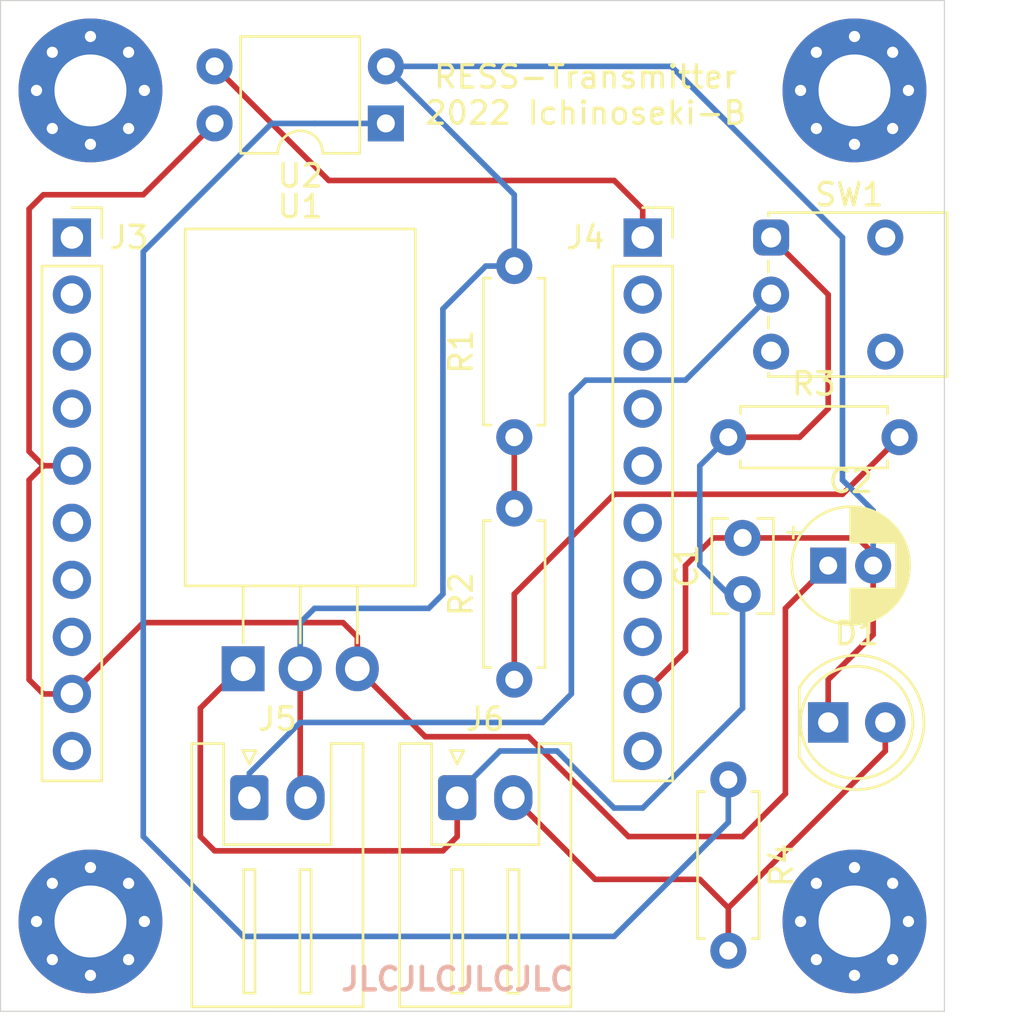
<source format=kicad_pcb>
(kicad_pcb (version 20171130) (host pcbnew "(5.1.9)-1")

  (general
    (thickness 1.6)
    (drawings 6)
    (tracks 101)
    (zones 0)
    (modules 18)
    (nets 10)
  )

  (page A4)
  (layers
    (0 F.Cu signal)
    (31 B.Cu signal)
    (32 B.Adhes user hide)
    (33 F.Adhes user hide)
    (34 B.Paste user hide)
    (35 F.Paste user hide)
    (36 B.SilkS user)
    (37 F.SilkS user)
    (38 B.Mask user hide)
    (39 F.Mask user)
    (40 Dwgs.User user hide)
    (41 Cmts.User user hide)
    (42 Eco1.User user hide)
    (43 Eco2.User user hide)
    (44 Edge.Cuts user)
    (45 Margin user hide)
    (46 B.CrtYd user hide)
    (47 F.CrtYd user hide)
    (48 B.Fab user hide)
    (49 F.Fab user hide)
  )

  (setup
    (last_trace_width 0.25)
    (trace_clearance 0.2)
    (zone_clearance 0.508)
    (zone_45_only no)
    (trace_min 0.2)
    (via_size 0.8)
    (via_drill 0.4)
    (via_min_size 0.4)
    (via_min_drill 0.3)
    (uvia_size 0.3)
    (uvia_drill 0.1)
    (uvias_allowed no)
    (uvia_min_size 0.2)
    (uvia_min_drill 0.1)
    (edge_width 0.05)
    (segment_width 0.2)
    (pcb_text_width 0.3)
    (pcb_text_size 1.5 1.5)
    (mod_edge_width 0.12)
    (mod_text_size 1 1)
    (mod_text_width 0.15)
    (pad_size 2.6 2.6)
    (pad_drill 2.6)
    (pad_to_mask_clearance 0)
    (aux_axis_origin 0 0)
    (visible_elements 7FFFFF7F)
    (pcbplotparams
      (layerselection 0x010fc_ffffffff)
      (usegerberextensions false)
      (usegerberattributes true)
      (usegerberadvancedattributes true)
      (creategerberjobfile true)
      (excludeedgelayer true)
      (linewidth 0.100000)
      (plotframeref false)
      (viasonmask false)
      (mode 1)
      (useauxorigin false)
      (hpglpennumber 1)
      (hpglpenspeed 20)
      (hpglpendiameter 15.000000)
      (psnegative false)
      (psa4output false)
      (plotreference true)
      (plotvalue true)
      (plotinvisibletext false)
      (padsonsilk false)
      (subtractmaskfromsilk false)
      (outputformat 1)
      (mirror false)
      (drillshape 0)
      (scaleselection 1)
      (outputdirectory "Output/"))
  )

  (net 0 "")
  (net 1 +5V)
  (net 2 +3V3)
  (net 3 PW_IN)
  (net 4 "Net-(R1-Pad1)")
  (net 5 "Net-(R2-Pad1)")
  (net 6 ESS)
  (net 7 LED)
  (net 8 GND)
  (net 9 "Net-(R4-Pad1)")

  (net_class Default "This is the default net class."
    (clearance 0.2)
    (trace_width 0.25)
    (via_dia 0.8)
    (via_drill 0.4)
    (uvia_dia 0.3)
    (uvia_drill 0.1)
    (add_net +3V3)
    (add_net +5V)
    (add_net ESS)
    (add_net GND)
    (add_net LED)
    (add_net "Net-(R1-Pad1)")
    (add_net "Net-(R2-Pad1)")
    (add_net "Net-(R4-Pad1)")
    (add_net PW_IN)
  )

  (module Connector_JST:JST_XH_S2B-XH-A_1x02_P2.50mm_Horizontal (layer F.Cu) (tedit 5C281475) (tstamp 60B14029)
    (at 147.32 107.49)
    (descr "JST XH series connector, S2B-XH-A (http://www.jst-mfg.com/product/pdf/eng/eXH.pdf), generated with kicad-footprint-generator")
    (tags "connector JST XH horizontal")
    (path /60B16252)
    (fp_text reference J6 (at 1.25 -3.5) (layer F.SilkS)
      (effects (font (size 1 1) (thickness 0.15)))
    )
    (fp_text value ESS_IN (at 1.25 10.4) (layer F.Fab)
      (effects (font (size 1 1) (thickness 0.15)))
    )
    (fp_line (start 0 1.2) (end 0.625 2.2) (layer F.Fab) (width 0.1))
    (fp_line (start -0.625 2.2) (end 0 1.2) (layer F.Fab) (width 0.1))
    (fp_line (start 0.3 -2.1) (end 0 -1.5) (layer F.SilkS) (width 0.12))
    (fp_line (start -0.3 -2.1) (end 0.3 -2.1) (layer F.SilkS) (width 0.12))
    (fp_line (start 0 -1.5) (end -0.3 -2.1) (layer F.SilkS) (width 0.12))
    (fp_line (start 2.75 3.2) (end 2.25 3.2) (layer F.SilkS) (width 0.12))
    (fp_line (start 2.75 8.7) (end 2.75 3.2) (layer F.SilkS) (width 0.12))
    (fp_line (start 2.25 8.7) (end 2.75 8.7) (layer F.SilkS) (width 0.12))
    (fp_line (start 2.25 3.2) (end 2.25 8.7) (layer F.SilkS) (width 0.12))
    (fp_line (start 0.25 3.2) (end -0.25 3.2) (layer F.SilkS) (width 0.12))
    (fp_line (start 0.25 8.7) (end 0.25 3.2) (layer F.SilkS) (width 0.12))
    (fp_line (start -0.25 8.7) (end 0.25 8.7) (layer F.SilkS) (width 0.12))
    (fp_line (start -0.25 3.2) (end -0.25 8.7) (layer F.SilkS) (width 0.12))
    (fp_line (start 3.75 2.2) (end 1.25 2.2) (layer F.Fab) (width 0.1))
    (fp_line (start 3.75 -2.3) (end 3.75 2.2) (layer F.Fab) (width 0.1))
    (fp_line (start 4.95 -2.3) (end 3.75 -2.3) (layer F.Fab) (width 0.1))
    (fp_line (start 4.95 9.2) (end 4.95 -2.3) (layer F.Fab) (width 0.1))
    (fp_line (start 1.25 9.2) (end 4.95 9.2) (layer F.Fab) (width 0.1))
    (fp_line (start -1.25 2.2) (end 1.25 2.2) (layer F.Fab) (width 0.1))
    (fp_line (start -1.25 -2.3) (end -1.25 2.2) (layer F.Fab) (width 0.1))
    (fp_line (start -2.45 -2.3) (end -1.25 -2.3) (layer F.Fab) (width 0.1))
    (fp_line (start -2.45 9.2) (end -2.45 -2.3) (layer F.Fab) (width 0.1))
    (fp_line (start 1.25 9.2) (end -2.45 9.2) (layer F.Fab) (width 0.1))
    (fp_line (start 3.64 2.09) (end 1.25 2.09) (layer F.SilkS) (width 0.12))
    (fp_line (start 3.64 -2.41) (end 3.64 2.09) (layer F.SilkS) (width 0.12))
    (fp_line (start 5.06 -2.41) (end 3.64 -2.41) (layer F.SilkS) (width 0.12))
    (fp_line (start 5.06 9.31) (end 5.06 -2.41) (layer F.SilkS) (width 0.12))
    (fp_line (start 1.25 9.31) (end 5.06 9.31) (layer F.SilkS) (width 0.12))
    (fp_line (start -1.14 2.09) (end 1.25 2.09) (layer F.SilkS) (width 0.12))
    (fp_line (start -1.14 -2.41) (end -1.14 2.09) (layer F.SilkS) (width 0.12))
    (fp_line (start -2.56 -2.41) (end -1.14 -2.41) (layer F.SilkS) (width 0.12))
    (fp_line (start -2.56 9.31) (end -2.56 -2.41) (layer F.SilkS) (width 0.12))
    (fp_line (start 1.25 9.31) (end -2.56 9.31) (layer F.SilkS) (width 0.12))
    (fp_line (start 5.45 -2.8) (end -2.95 -2.8) (layer F.CrtYd) (width 0.05))
    (fp_line (start 5.45 9.7) (end 5.45 -2.8) (layer F.CrtYd) (width 0.05))
    (fp_line (start -2.95 9.7) (end 5.45 9.7) (layer F.CrtYd) (width 0.05))
    (fp_line (start -2.95 -2.8) (end -2.95 9.7) (layer F.CrtYd) (width 0.05))
    (fp_text user %R (at 1.25 3.45) (layer F.Fab)
      (effects (font (size 1 1) (thickness 0.15)))
    )
    (pad 1 thru_hole roundrect (at 0 0) (size 1.7 2) (drill 1) (layers *.Cu *.Mask) (roundrect_rratio 0.1470588235294118)
      (net 1 +5V))
    (pad 2 thru_hole oval (at 2.5 0) (size 1.7 2) (drill 1) (layers *.Cu *.Mask)
      (net 7 LED))
    (model ${KISYS3DMOD}/Connector_JST.3dshapes/JST_XH_S2B-XH-A_1x02_P2.50mm_Horizontal.wrl
      (at (xyz 0 0 0))
      (scale (xyz 1 1 1))
      (rotate (xyz 0 0 0))
    )
  )

  (module Connector_PinSocket_2.54mm:PinSocket_1x10_P2.54mm_Vertical (layer F.Cu) (tedit 5A19A425) (tstamp 62C8467F)
    (at 130.175 82.55)
    (descr "Through hole straight socket strip, 1x10, 2.54mm pitch, single row (from Kicad 4.0.7), script generated")
    (tags "Through hole socket strip THT 1x10 2.54mm single row")
    (path /60B0F59A)
    (fp_text reference J3 (at 2.54 0) (layer F.SilkS)
      (effects (font (size 1 1) (thickness 0.15)))
    )
    (fp_text value ADP_L (at 0 25.63) (layer F.Fab)
      (effects (font (size 1 1) (thickness 0.15)))
    )
    (fp_line (start -1.27 -1.27) (end 0.635 -1.27) (layer F.Fab) (width 0.1))
    (fp_line (start 0.635 -1.27) (end 1.27 -0.635) (layer F.Fab) (width 0.1))
    (fp_line (start 1.27 -0.635) (end 1.27 24.13) (layer F.Fab) (width 0.1))
    (fp_line (start 1.27 24.13) (end -1.27 24.13) (layer F.Fab) (width 0.1))
    (fp_line (start -1.27 24.13) (end -1.27 -1.27) (layer F.Fab) (width 0.1))
    (fp_line (start -1.33 1.27) (end 1.33 1.27) (layer F.SilkS) (width 0.12))
    (fp_line (start -1.33 1.27) (end -1.33 24.19) (layer F.SilkS) (width 0.12))
    (fp_line (start -1.33 24.19) (end 1.33 24.19) (layer F.SilkS) (width 0.12))
    (fp_line (start 1.33 1.27) (end 1.33 24.19) (layer F.SilkS) (width 0.12))
    (fp_line (start 1.33 -1.33) (end 1.33 0) (layer F.SilkS) (width 0.12))
    (fp_line (start 0 -1.33) (end 1.33 -1.33) (layer F.SilkS) (width 0.12))
    (fp_line (start -1.8 -1.8) (end 1.75 -1.8) (layer F.CrtYd) (width 0.05))
    (fp_line (start 1.75 -1.8) (end 1.75 24.6) (layer F.CrtYd) (width 0.05))
    (fp_line (start 1.75 24.6) (end -1.8 24.6) (layer F.CrtYd) (width 0.05))
    (fp_line (start -1.8 24.6) (end -1.8 -1.8) (layer F.CrtYd) (width 0.05))
    (fp_text user %R (at 0 11.43 90) (layer F.Fab)
      (effects (font (size 1 1) (thickness 0.15)))
    )
    (pad 1 thru_hole rect (at 0 0) (size 1.7 1.7) (drill 1) (layers *.Cu *.Mask))
    (pad 2 thru_hole oval (at 0 2.54) (size 1.7 1.7) (drill 1) (layers *.Cu *.Mask))
    (pad 3 thru_hole oval (at 0 5.08) (size 1.7 1.7) (drill 1) (layers *.Cu *.Mask))
    (pad 4 thru_hole oval (at 0 7.62) (size 1.7 1.7) (drill 1) (layers *.Cu *.Mask))
    (pad 5 thru_hole oval (at 0 10.16) (size 1.7 1.7) (drill 1) (layers *.Cu *.Mask)
      (net 2 +3V3))
    (pad 6 thru_hole oval (at 0 12.7) (size 1.7 1.7) (drill 1) (layers *.Cu *.Mask))
    (pad 7 thru_hole oval (at 0 15.24) (size 1.7 1.7) (drill 1) (layers *.Cu *.Mask))
    (pad 8 thru_hole oval (at 0 17.78) (size 1.7 1.7) (drill 1) (layers *.Cu *.Mask))
    (pad 9 thru_hole oval (at 0 20.32) (size 1.7 1.7) (drill 1) (layers *.Cu *.Mask)
      (net 2 +3V3))
    (pad 10 thru_hole oval (at 0 22.86) (size 1.7 1.7) (drill 1) (layers *.Cu *.Mask))
    (model ${KISYS3DMOD}/Connector_PinSocket_2.54mm.3dshapes/PinSocket_1x10_P2.54mm_Vertical.wrl
      (at (xyz 0 0 0))
      (scale (xyz 1 1 1))
      (rotate (xyz 0 0 0))
    )
  )

  (module Connector_PinSocket_2.54mm:PinSocket_1x10_P2.54mm_Vertical (layer F.Cu) (tedit 5A19A425) (tstamp 62C846D6)
    (at 155.575 82.55)
    (descr "Through hole straight socket strip, 1x10, 2.54mm pitch, single row (from Kicad 4.0.7), script generated")
    (tags "Through hole socket strip THT 1x10 2.54mm single row")
    (path /60B10C64)
    (fp_text reference J4 (at -2.54 0) (layer F.SilkS)
      (effects (font (size 1 1) (thickness 0.15)))
    )
    (fp_text value ADP_R (at 0 25.63) (layer F.Fab)
      (effects (font (size 1 1) (thickness 0.15)))
    )
    (fp_line (start -1.8 24.6) (end -1.8 -1.8) (layer F.CrtYd) (width 0.05))
    (fp_line (start 1.75 24.6) (end -1.8 24.6) (layer F.CrtYd) (width 0.05))
    (fp_line (start 1.75 -1.8) (end 1.75 24.6) (layer F.CrtYd) (width 0.05))
    (fp_line (start -1.8 -1.8) (end 1.75 -1.8) (layer F.CrtYd) (width 0.05))
    (fp_line (start 0 -1.33) (end 1.33 -1.33) (layer F.SilkS) (width 0.12))
    (fp_line (start 1.33 -1.33) (end 1.33 0) (layer F.SilkS) (width 0.12))
    (fp_line (start 1.33 1.27) (end 1.33 24.19) (layer F.SilkS) (width 0.12))
    (fp_line (start -1.33 24.19) (end 1.33 24.19) (layer F.SilkS) (width 0.12))
    (fp_line (start -1.33 1.27) (end -1.33 24.19) (layer F.SilkS) (width 0.12))
    (fp_line (start -1.33 1.27) (end 1.33 1.27) (layer F.SilkS) (width 0.12))
    (fp_line (start -1.27 24.13) (end -1.27 -1.27) (layer F.Fab) (width 0.1))
    (fp_line (start 1.27 24.13) (end -1.27 24.13) (layer F.Fab) (width 0.1))
    (fp_line (start 1.27 -0.635) (end 1.27 24.13) (layer F.Fab) (width 0.1))
    (fp_line (start 0.635 -1.27) (end 1.27 -0.635) (layer F.Fab) (width 0.1))
    (fp_line (start -1.27 -1.27) (end 0.635 -1.27) (layer F.Fab) (width 0.1))
    (fp_text user %R (at 0 11.43 90) (layer F.Fab)
      (effects (font (size 1 1) (thickness 0.15)))
    )
    (pad 10 thru_hole oval (at 0 22.86) (size 1.7 1.7) (drill 1) (layers *.Cu *.Mask))
    (pad 9 thru_hole oval (at 0 20.32) (size 1.7 1.7) (drill 1) (layers *.Cu *.Mask)
      (net 8 GND))
    (pad 8 thru_hole oval (at 0 17.78) (size 1.7 1.7) (drill 1) (layers *.Cu *.Mask))
    (pad 7 thru_hole oval (at 0 15.24) (size 1.7 1.7) (drill 1) (layers *.Cu *.Mask))
    (pad 6 thru_hole oval (at 0 12.7) (size 1.7 1.7) (drill 1) (layers *.Cu *.Mask))
    (pad 5 thru_hole oval (at 0 10.16) (size 1.7 1.7) (drill 1) (layers *.Cu *.Mask))
    (pad 4 thru_hole oval (at 0 7.62) (size 1.7 1.7) (drill 1) (layers *.Cu *.Mask))
    (pad 3 thru_hole oval (at 0 5.08) (size 1.7 1.7) (drill 1) (layers *.Cu *.Mask))
    (pad 2 thru_hole oval (at 0 2.54) (size 1.7 1.7) (drill 1) (layers *.Cu *.Mask))
    (pad 1 thru_hole rect (at 0 0) (size 1.7 1.7) (drill 1) (layers *.Cu *.Mask)
      (net 6 ESS))
    (model ${KISYS3DMOD}/Connector_PinSocket_2.54mm.3dshapes/PinSocket_1x10_P2.54mm_Vertical.wrl
      (at (xyz 0 0 0))
      (scale (xyz 1 1 1))
      (rotate (xyz 0 0 0))
    )
  )

  (module Connector_JST:JST_XH_S2B-XH-A_1x02_P2.50mm_Horizontal (layer F.Cu) (tedit 5C281475) (tstamp 60B0A755)
    (at 138.07 107.49)
    (descr "JST XH series connector, S2B-XH-A (http://www.jst-mfg.com/product/pdf/eng/eXH.pdf), generated with kicad-footprint-generator")
    (tags "connector JST XH horizontal")
    (path /60C2BF9E)
    (fp_text reference J5 (at 1.25 -3.5) (layer F.SilkS)
      (effects (font (size 1 1) (thickness 0.15)))
    )
    (fp_text value POWER (at 1.25 10.4) (layer F.Fab)
      (effects (font (size 1 1) (thickness 0.15)))
    )
    (fp_line (start -2.95 -2.8) (end -2.95 9.7) (layer F.CrtYd) (width 0.05))
    (fp_line (start -2.95 9.7) (end 5.45 9.7) (layer F.CrtYd) (width 0.05))
    (fp_line (start 5.45 9.7) (end 5.45 -2.8) (layer F.CrtYd) (width 0.05))
    (fp_line (start 5.45 -2.8) (end -2.95 -2.8) (layer F.CrtYd) (width 0.05))
    (fp_line (start 1.25 9.31) (end -2.56 9.31) (layer F.SilkS) (width 0.12))
    (fp_line (start -2.56 9.31) (end -2.56 -2.41) (layer F.SilkS) (width 0.12))
    (fp_line (start -2.56 -2.41) (end -1.14 -2.41) (layer F.SilkS) (width 0.12))
    (fp_line (start -1.14 -2.41) (end -1.14 2.09) (layer F.SilkS) (width 0.12))
    (fp_line (start -1.14 2.09) (end 1.25 2.09) (layer F.SilkS) (width 0.12))
    (fp_line (start 1.25 9.31) (end 5.06 9.31) (layer F.SilkS) (width 0.12))
    (fp_line (start 5.06 9.31) (end 5.06 -2.41) (layer F.SilkS) (width 0.12))
    (fp_line (start 5.06 -2.41) (end 3.64 -2.41) (layer F.SilkS) (width 0.12))
    (fp_line (start 3.64 -2.41) (end 3.64 2.09) (layer F.SilkS) (width 0.12))
    (fp_line (start 3.64 2.09) (end 1.25 2.09) (layer F.SilkS) (width 0.12))
    (fp_line (start 1.25 9.2) (end -2.45 9.2) (layer F.Fab) (width 0.1))
    (fp_line (start -2.45 9.2) (end -2.45 -2.3) (layer F.Fab) (width 0.1))
    (fp_line (start -2.45 -2.3) (end -1.25 -2.3) (layer F.Fab) (width 0.1))
    (fp_line (start -1.25 -2.3) (end -1.25 2.2) (layer F.Fab) (width 0.1))
    (fp_line (start -1.25 2.2) (end 1.25 2.2) (layer F.Fab) (width 0.1))
    (fp_line (start 1.25 9.2) (end 4.95 9.2) (layer F.Fab) (width 0.1))
    (fp_line (start 4.95 9.2) (end 4.95 -2.3) (layer F.Fab) (width 0.1))
    (fp_line (start 4.95 -2.3) (end 3.75 -2.3) (layer F.Fab) (width 0.1))
    (fp_line (start 3.75 -2.3) (end 3.75 2.2) (layer F.Fab) (width 0.1))
    (fp_line (start 3.75 2.2) (end 1.25 2.2) (layer F.Fab) (width 0.1))
    (fp_line (start -0.25 3.2) (end -0.25 8.7) (layer F.SilkS) (width 0.12))
    (fp_line (start -0.25 8.7) (end 0.25 8.7) (layer F.SilkS) (width 0.12))
    (fp_line (start 0.25 8.7) (end 0.25 3.2) (layer F.SilkS) (width 0.12))
    (fp_line (start 0.25 3.2) (end -0.25 3.2) (layer F.SilkS) (width 0.12))
    (fp_line (start 2.25 3.2) (end 2.25 8.7) (layer F.SilkS) (width 0.12))
    (fp_line (start 2.25 8.7) (end 2.75 8.7) (layer F.SilkS) (width 0.12))
    (fp_line (start 2.75 8.7) (end 2.75 3.2) (layer F.SilkS) (width 0.12))
    (fp_line (start 2.75 3.2) (end 2.25 3.2) (layer F.SilkS) (width 0.12))
    (fp_line (start 0 -1.5) (end -0.3 -2.1) (layer F.SilkS) (width 0.12))
    (fp_line (start -0.3 -2.1) (end 0.3 -2.1) (layer F.SilkS) (width 0.12))
    (fp_line (start 0.3 -2.1) (end 0 -1.5) (layer F.SilkS) (width 0.12))
    (fp_line (start -0.625 2.2) (end 0 1.2) (layer F.Fab) (width 0.1))
    (fp_line (start 0 1.2) (end 0.625 2.2) (layer F.Fab) (width 0.1))
    (fp_text user %R (at 1.25 3.45) (layer F.Fab)
      (effects (font (size 1 1) (thickness 0.15)))
    )
    (pad 1 thru_hole roundrect (at 0 0) (size 1.7 2) (drill 1) (layers *.Cu *.Mask) (roundrect_rratio 0.1470588235294118)
      (net 3 PW_IN))
    (pad 2 thru_hole oval (at 2.5 0) (size 1.7 2) (drill 1) (layers *.Cu *.Mask)
      (net 8 GND))
    (model ${KISYS3DMOD}/Connector_JST.3dshapes/JST_XH_S2B-XH-A_1x02_P2.50mm_Horizontal.wrl
      (at (xyz 0 0 0))
      (scale (xyz 1 1 1))
      (rotate (xyz 0 0 0))
    )
  )

  (module Button_Switch_THT:SW_Push_1P2T_Vertical_E-Switch_800UDP8P1A1M6 (layer F.Cu) (tedit 5C7BC58E) (tstamp 60B2A336)
    (at 161.29 82.55)
    (descr " right angle SPDT push button https://www.e-switch.com/system/asset/product_line/data_sheet/210/800U.pdf")
    (tags "IP67 ultra-miniture horizontal")
    (path /60B2577F)
    (fp_text reference SW1 (at 3.48 -1.91 180) (layer F.SilkS)
      (effects (font (size 1 1) (thickness 0.15)))
    )
    (fp_text value SW_SPDT (at 5.08 7.19 180) (layer F.Fab)
      (effects (font (size 1 1) (thickness 0.15)))
    )
    (fp_line (start 7.93 3.92) (end 7.93 6.29) (layer F.CrtYd) (width 0.05))
    (fp_line (start 11.23 3.92) (end 7.93 3.92) (layer F.CrtYd) (width 0.05))
    (fp_line (start 11.23 1.16) (end 11.23 3.92) (layer F.CrtYd) (width 0.05))
    (fp_line (start 7.93 1.16) (end 11.23 1.16) (layer F.CrtYd) (width 0.05))
    (fp_line (start 7.93 -1.21) (end 7.93 1.16) (layer F.CrtYd) (width 0.05))
    (fp_line (start -1.05 -1.21) (end 7.93 -1.21) (layer F.CrtYd) (width 0.05))
    (fp_line (start -1.05 6.29) (end -1.05 -1.21) (layer F.CrtYd) (width 0.05))
    (fp_line (start 7.93 6.29) (end -1.05 6.29) (layer F.CrtYd) (width 0.05))
    (fp_line (start -0.12 6.19) (end -0.12 6.04) (layer F.SilkS) (width 0.12))
    (fp_line (start -0.12 4.04) (end -0.12 3.54) (layer F.SilkS) (width 0.12))
    (fp_line (start -0.12 1.54) (end -0.12 1.04) (layer F.SilkS) (width 0.12))
    (fp_line (start -0.12 -1.11) (end -0.12 -0.96) (layer F.SilkS) (width 0.12))
    (fp_line (start 7.83 -1.11) (end -0.12 -1.11) (layer F.SilkS) (width 0.12))
    (fp_line (start 7.83 6.19) (end 7.83 -1.11) (layer F.SilkS) (width 0.12))
    (fp_line (start -0.12 6.19) (end 7.83 6.19) (layer F.SilkS) (width 0.12))
    (fp_line (start 10.98 3.665) (end 7.68 3.665) (layer F.Fab) (width 0.1))
    (fp_line (start 10.98 1.415) (end 7.68 1.415) (layer F.Fab) (width 0.1))
    (fp_line (start 10.98 3.665) (end 10.98 1.415) (layer F.Fab) (width 0.1))
    (fp_line (start 7.68 -0.96) (end 7.68 6.04) (layer F.Fab) (width 0.1))
    (fp_line (start 0.03 -0.96) (end 7.68 -0.96) (layer F.Fab) (width 0.1))
    (fp_line (start 0.03 6.04) (end 0.03 -0.96) (layer F.Fab) (width 0.1))
    (fp_line (start 7.68 6.04) (end 0.03 6.04) (layer F.Fab) (width 0.1))
    (fp_text user %R (at 3.93 2.54 180) (layer F.Fab)
      (effects (font (size 1 1) (thickness 0.15)))
    )
    (pad "" thru_hole circle (at 5.08 5.08 180) (size 1.6 1.6) (drill 0.89) (layers *.Cu *.Mask))
    (pad "" thru_hole circle (at 5.08 0 180) (size 1.6 1.6) (drill 0.89) (layers *.Cu *.Mask))
    (pad 1 thru_hole roundrect (at 0 0 180) (size 1.6 1.6) (drill 0.89) (layers *.Cu *.Mask) (roundrect_rratio 0.25)
      (net 1 +5V))
    (pad 2 thru_hole circle (at 0 2.54 180) (size 1.6 1.6) (drill 0.89) (layers *.Cu *.Mask)
      (net 3 PW_IN))
    (pad 3 thru_hole circle (at 0 5.08 180) (size 1.6 1.6) (drill 0.89) (layers *.Cu *.Mask))
    (model ${KISYS3DMOD}/Button_Switch_THT.3dshapes/SW_Push_1P2T_Vertical_E-Switch_800UDP8P1A1M6.wrl
      (at (xyz 0 0 0))
      (scale (xyz 1 1 1))
      (rotate (xyz 0 0 0))
    )
  )

  (module Resistor_THT:R_Axial_DIN0207_L6.3mm_D2.5mm_P7.62mm_Horizontal (layer F.Cu) (tedit 5AE5139B) (tstamp 62C847AA)
    (at 149.86 91.44 90)
    (descr "Resistor, Axial_DIN0207 series, Axial, Horizontal, pin pitch=7.62mm, 0.25W = 1/4W, length*diameter=6.3*2.5mm^2, http://cdn-reichelt.de/documents/datenblatt/B400/1_4W%23YAG.pdf")
    (tags "Resistor Axial_DIN0207 series Axial Horizontal pin pitch 7.62mm 0.25W = 1/4W length 6.3mm diameter 2.5mm")
    (path /62AA0D6D)
    (fp_text reference R1 (at 3.81 -2.37 90) (layer F.SilkS)
      (effects (font (size 1 1) (thickness 0.15)))
    )
    (fp_text value 22Ω (at 3.81 2.37 90) (layer F.Fab)
      (effects (font (size 1 1) (thickness 0.15)))
    )
    (fp_line (start 0.66 -1.25) (end 0.66 1.25) (layer F.Fab) (width 0.1))
    (fp_line (start 0.66 1.25) (end 6.96 1.25) (layer F.Fab) (width 0.1))
    (fp_line (start 6.96 1.25) (end 6.96 -1.25) (layer F.Fab) (width 0.1))
    (fp_line (start 6.96 -1.25) (end 0.66 -1.25) (layer F.Fab) (width 0.1))
    (fp_line (start 0 0) (end 0.66 0) (layer F.Fab) (width 0.1))
    (fp_line (start 7.62 0) (end 6.96 0) (layer F.Fab) (width 0.1))
    (fp_line (start 0.54 -1.04) (end 0.54 -1.37) (layer F.SilkS) (width 0.12))
    (fp_line (start 0.54 -1.37) (end 7.08 -1.37) (layer F.SilkS) (width 0.12))
    (fp_line (start 7.08 -1.37) (end 7.08 -1.04) (layer F.SilkS) (width 0.12))
    (fp_line (start 0.54 1.04) (end 0.54 1.37) (layer F.SilkS) (width 0.12))
    (fp_line (start 0.54 1.37) (end 7.08 1.37) (layer F.SilkS) (width 0.12))
    (fp_line (start 7.08 1.37) (end 7.08 1.04) (layer F.SilkS) (width 0.12))
    (fp_line (start -1.05 -1.5) (end -1.05 1.5) (layer F.CrtYd) (width 0.05))
    (fp_line (start -1.05 1.5) (end 8.67 1.5) (layer F.CrtYd) (width 0.05))
    (fp_line (start 8.67 1.5) (end 8.67 -1.5) (layer F.CrtYd) (width 0.05))
    (fp_line (start 8.67 -1.5) (end -1.05 -1.5) (layer F.CrtYd) (width 0.05))
    (fp_text user %R (at 3.81 0 90) (layer F.Fab)
      (effects (font (size 1 1) (thickness 0.15)))
    )
    (pad 1 thru_hole circle (at 0 0 90) (size 1.6 1.6) (drill 0.8) (layers *.Cu *.Mask)
      (net 4 "Net-(R1-Pad1)"))
    (pad 2 thru_hole oval (at 7.62 0 90) (size 1.6 1.6) (drill 0.8) (layers *.Cu *.Mask)
      (net 8 GND))
    (model ${KISYS3DMOD}/Resistor_THT.3dshapes/R_Axial_DIN0207_L6.3mm_D2.5mm_P7.62mm_Horizontal.wrl
      (at (xyz 0 0 0))
      (scale (xyz 1 1 1))
      (rotate (xyz 0 0 0))
    )
  )

  (module Resistor_THT:R_Axial_DIN0207_L6.3mm_D2.5mm_P7.62mm_Horizontal (layer F.Cu) (tedit 5AE5139B) (tstamp 62C92D93)
    (at 149.86 102.235 90)
    (descr "Resistor, Axial_DIN0207 series, Axial, Horizontal, pin pitch=7.62mm, 0.25W = 1/4W, length*diameter=6.3*2.5mm^2, http://cdn-reichelt.de/documents/datenblatt/B400/1_4W%23YAG.pdf")
    (tags "Resistor Axial_DIN0207 series Axial Horizontal pin pitch 7.62mm 0.25W = 1/4W length 6.3mm diameter 2.5mm")
    (path /62AA291F)
    (fp_text reference R2 (at 3.81 -2.37 270) (layer F.SilkS)
      (effects (font (size 1 1) (thickness 0.15)))
    )
    (fp_text value 22Ω (at 3.81 2.37 90) (layer F.Fab)
      (effects (font (size 1 1) (thickness 0.15)))
    )
    (fp_line (start 0.66 -1.25) (end 0.66 1.25) (layer F.Fab) (width 0.1))
    (fp_line (start 0.66 1.25) (end 6.96 1.25) (layer F.Fab) (width 0.1))
    (fp_line (start 6.96 1.25) (end 6.96 -1.25) (layer F.Fab) (width 0.1))
    (fp_line (start 6.96 -1.25) (end 0.66 -1.25) (layer F.Fab) (width 0.1))
    (fp_line (start 0 0) (end 0.66 0) (layer F.Fab) (width 0.1))
    (fp_line (start 7.62 0) (end 6.96 0) (layer F.Fab) (width 0.1))
    (fp_line (start 0.54 -1.04) (end 0.54 -1.37) (layer F.SilkS) (width 0.12))
    (fp_line (start 0.54 -1.37) (end 7.08 -1.37) (layer F.SilkS) (width 0.12))
    (fp_line (start 7.08 -1.37) (end 7.08 -1.04) (layer F.SilkS) (width 0.12))
    (fp_line (start 0.54 1.04) (end 0.54 1.37) (layer F.SilkS) (width 0.12))
    (fp_line (start 0.54 1.37) (end 7.08 1.37) (layer F.SilkS) (width 0.12))
    (fp_line (start 7.08 1.37) (end 7.08 1.04) (layer F.SilkS) (width 0.12))
    (fp_line (start -1.05 -1.5) (end -1.05 1.5) (layer F.CrtYd) (width 0.05))
    (fp_line (start -1.05 1.5) (end 8.67 1.5) (layer F.CrtYd) (width 0.05))
    (fp_line (start 8.67 1.5) (end 8.67 -1.5) (layer F.CrtYd) (width 0.05))
    (fp_line (start 8.67 -1.5) (end -1.05 -1.5) (layer F.CrtYd) (width 0.05))
    (fp_text user %R (at 3.81 0 90) (layer F.Fab)
      (effects (font (size 1 1) (thickness 0.15)))
    )
    (pad 1 thru_hole circle (at 0 0 90) (size 1.6 1.6) (drill 0.8) (layers *.Cu *.Mask)
      (net 5 "Net-(R2-Pad1)"))
    (pad 2 thru_hole oval (at 7.62 0 90) (size 1.6 1.6) (drill 0.8) (layers *.Cu *.Mask)
      (net 4 "Net-(R1-Pad1)"))
    (model ${KISYS3DMOD}/Resistor_THT.3dshapes/R_Axial_DIN0207_L6.3mm_D2.5mm_P7.62mm_Horizontal.wrl
      (at (xyz 0 0 0))
      (scale (xyz 1 1 1))
      (rotate (xyz 0 0 0))
    )
  )

  (module Resistor_THT:R_Axial_DIN0207_L6.3mm_D2.5mm_P7.62mm_Horizontal (layer F.Cu) (tedit 5AE5139B) (tstamp 62C84726)
    (at 159.385 91.44)
    (descr "Resistor, Axial_DIN0207 series, Axial, Horizontal, pin pitch=7.62mm, 0.25W = 1/4W, length*diameter=6.3*2.5mm^2, http://cdn-reichelt.de/documents/datenblatt/B400/1_4W%23YAG.pdf")
    (tags "Resistor Axial_DIN0207 series Axial Horizontal pin pitch 7.62mm 0.25W = 1/4W length 6.3mm diameter 2.5mm")
    (path /62AA2E48)
    (fp_text reference R3 (at 3.81 -2.37) (layer F.SilkS)
      (effects (font (size 1 1) (thickness 0.15)))
    )
    (fp_text value 22Ω (at 3.81 2.37) (layer F.Fab)
      (effects (font (size 1 1) (thickness 0.15)))
    )
    (fp_line (start 0.66 -1.25) (end 0.66 1.25) (layer F.Fab) (width 0.1))
    (fp_line (start 0.66 1.25) (end 6.96 1.25) (layer F.Fab) (width 0.1))
    (fp_line (start 6.96 1.25) (end 6.96 -1.25) (layer F.Fab) (width 0.1))
    (fp_line (start 6.96 -1.25) (end 0.66 -1.25) (layer F.Fab) (width 0.1))
    (fp_line (start 0 0) (end 0.66 0) (layer F.Fab) (width 0.1))
    (fp_line (start 7.62 0) (end 6.96 0) (layer F.Fab) (width 0.1))
    (fp_line (start 0.54 -1.04) (end 0.54 -1.37) (layer F.SilkS) (width 0.12))
    (fp_line (start 0.54 -1.37) (end 7.08 -1.37) (layer F.SilkS) (width 0.12))
    (fp_line (start 7.08 -1.37) (end 7.08 -1.04) (layer F.SilkS) (width 0.12))
    (fp_line (start 0.54 1.04) (end 0.54 1.37) (layer F.SilkS) (width 0.12))
    (fp_line (start 0.54 1.37) (end 7.08 1.37) (layer F.SilkS) (width 0.12))
    (fp_line (start 7.08 1.37) (end 7.08 1.04) (layer F.SilkS) (width 0.12))
    (fp_line (start -1.05 -1.5) (end -1.05 1.5) (layer F.CrtYd) (width 0.05))
    (fp_line (start -1.05 1.5) (end 8.67 1.5) (layer F.CrtYd) (width 0.05))
    (fp_line (start 8.67 1.5) (end 8.67 -1.5) (layer F.CrtYd) (width 0.05))
    (fp_line (start 8.67 -1.5) (end -1.05 -1.5) (layer F.CrtYd) (width 0.05))
    (fp_text user %R (at 3.81 0) (layer F.Fab)
      (effects (font (size 1 1) (thickness 0.15)))
    )
    (pad 1 thru_hole circle (at 0 0) (size 1.6 1.6) (drill 0.8) (layers *.Cu *.Mask)
      (net 1 +5V))
    (pad 2 thru_hole oval (at 7.62 0) (size 1.6 1.6) (drill 0.8) (layers *.Cu *.Mask)
      (net 5 "Net-(R2-Pad1)"))
    (model ${KISYS3DMOD}/Resistor_THT.3dshapes/R_Axial_DIN0207_L6.3mm_D2.5mm_P7.62mm_Horizontal.wrl
      (at (xyz 0 0 0))
      (scale (xyz 1 1 1))
      (rotate (xyz 0 0 0))
    )
  )

  (module LED_THT:LED_D5.0mm (layer F.Cu) (tedit 5995936A) (tstamp 62C83C1B)
    (at 163.83 104.14)
    (descr "LED, diameter 5.0mm, 2 pins, http://cdn-reichelt.de/documents/datenblatt/A500/LL-504BC2E-009.pdf")
    (tags "LED diameter 5.0mm 2 pins")
    (path /62CBA413)
    (fp_text reference D1 (at 1.27 -3.96) (layer F.SilkS)
      (effects (font (size 1 1) (thickness 0.15)))
    )
    (fp_text value LED (at 1.27 3.96) (layer F.Fab)
      (effects (font (size 1 1) (thickness 0.15)))
    )
    (fp_line (start 4.5 -3.25) (end -1.95 -3.25) (layer F.CrtYd) (width 0.05))
    (fp_line (start 4.5 3.25) (end 4.5 -3.25) (layer F.CrtYd) (width 0.05))
    (fp_line (start -1.95 3.25) (end 4.5 3.25) (layer F.CrtYd) (width 0.05))
    (fp_line (start -1.95 -3.25) (end -1.95 3.25) (layer F.CrtYd) (width 0.05))
    (fp_line (start -1.29 -1.545) (end -1.29 1.545) (layer F.SilkS) (width 0.12))
    (fp_line (start -1.23 -1.469694) (end -1.23 1.469694) (layer F.Fab) (width 0.1))
    (fp_circle (center 1.27 0) (end 3.77 0) (layer F.SilkS) (width 0.12))
    (fp_circle (center 1.27 0) (end 3.77 0) (layer F.Fab) (width 0.1))
    (fp_arc (start 1.27 0) (end -1.23 -1.469694) (angle 299.1) (layer F.Fab) (width 0.1))
    (fp_arc (start 1.27 0) (end -1.29 -1.54483) (angle 148.9) (layer F.SilkS) (width 0.12))
    (fp_arc (start 1.27 0) (end -1.29 1.54483) (angle -148.9) (layer F.SilkS) (width 0.12))
    (fp_text user %R (at 1.25 0) (layer F.Fab)
      (effects (font (size 0.8 0.8) (thickness 0.2)))
    )
    (pad 1 thru_hole rect (at 0 0) (size 1.8 1.8) (drill 0.9) (layers *.Cu *.Mask)
      (net 8 GND))
    (pad 2 thru_hole circle (at 2.54 0) (size 1.8 1.8) (drill 0.9) (layers *.Cu *.Mask)
      (net 7 LED))
    (model ${KISYS3DMOD}/LED_THT.3dshapes/LED_D5.0mm.wrl
      (at (xyz 0 0 0))
      (scale (xyz 1 1 1))
      (rotate (xyz 0 0 0))
    )
  )

  (module MountingHole:MountingHole_3.2mm_M3_Pad_Via (layer F.Cu) (tedit 56DDBCCA) (tstamp 62C83C2B)
    (at 131 76)
    (descr "Mounting Hole 3.2mm, M3")
    (tags "mounting hole 3.2mm m3")
    (path /62CC91A5)
    (attr virtual)
    (fp_text reference H1 (at 0 -4.2) (layer F.SilkS) hide
      (effects (font (size 1 1) (thickness 0.15)))
    )
    (fp_text value MountingHole (at 0 4.2) (layer F.Fab)
      (effects (font (size 1 1) (thickness 0.15)))
    )
    (fp_circle (center 0 0) (end 3.45 0) (layer F.CrtYd) (width 0.05))
    (fp_circle (center 0 0) (end 3.2 0) (layer Cmts.User) (width 0.15))
    (fp_text user %R (at 0.3 0) (layer F.Fab)
      (effects (font (size 1 1) (thickness 0.15)))
    )
    (pad 1 thru_hole circle (at 0 0) (size 6.4 6.4) (drill 3.2) (layers *.Cu *.Mask))
    (pad 1 thru_hole circle (at 2.4 0) (size 0.8 0.8) (drill 0.5) (layers *.Cu *.Mask))
    (pad 1 thru_hole circle (at 1.697056 1.697056) (size 0.8 0.8) (drill 0.5) (layers *.Cu *.Mask))
    (pad 1 thru_hole circle (at 0 2.4) (size 0.8 0.8) (drill 0.5) (layers *.Cu *.Mask))
    (pad 1 thru_hole circle (at -1.697056 1.697056) (size 0.8 0.8) (drill 0.5) (layers *.Cu *.Mask))
    (pad 1 thru_hole circle (at -2.4 0) (size 0.8 0.8) (drill 0.5) (layers *.Cu *.Mask))
    (pad 1 thru_hole circle (at -1.697056 -1.697056) (size 0.8 0.8) (drill 0.5) (layers *.Cu *.Mask))
    (pad 1 thru_hole circle (at 0 -2.4) (size 0.8 0.8) (drill 0.5) (layers *.Cu *.Mask))
    (pad 1 thru_hole circle (at 1.697056 -1.697056) (size 0.8 0.8) (drill 0.5) (layers *.Cu *.Mask))
  )

  (module MountingHole:MountingHole_3.2mm_M3_Pad_Via (layer F.Cu) (tedit 56DDBCCA) (tstamp 62C83C3B)
    (at 131 113)
    (descr "Mounting Hole 3.2mm, M3")
    (tags "mounting hole 3.2mm m3")
    (path /62CC9B6B)
    (attr virtual)
    (fp_text reference H2 (at 0 -4.2) (layer F.SilkS) hide
      (effects (font (size 1 1) (thickness 0.15)))
    )
    (fp_text value MountingHole (at 0 4.2) (layer F.Fab)
      (effects (font (size 1 1) (thickness 0.15)))
    )
    (fp_circle (center 0 0) (end 3.2 0) (layer Cmts.User) (width 0.15))
    (fp_circle (center 0 0) (end 3.45 0) (layer F.CrtYd) (width 0.05))
    (fp_text user %R (at 0.3 0) (layer F.Fab)
      (effects (font (size 1 1) (thickness 0.15)))
    )
    (pad 1 thru_hole circle (at 1.697056 -1.697056) (size 0.8 0.8) (drill 0.5) (layers *.Cu *.Mask))
    (pad 1 thru_hole circle (at 0 -2.4) (size 0.8 0.8) (drill 0.5) (layers *.Cu *.Mask))
    (pad 1 thru_hole circle (at -1.697056 -1.697056) (size 0.8 0.8) (drill 0.5) (layers *.Cu *.Mask))
    (pad 1 thru_hole circle (at -2.4 0) (size 0.8 0.8) (drill 0.5) (layers *.Cu *.Mask))
    (pad 1 thru_hole circle (at -1.697056 1.697056) (size 0.8 0.8) (drill 0.5) (layers *.Cu *.Mask))
    (pad 1 thru_hole circle (at 0 2.4) (size 0.8 0.8) (drill 0.5) (layers *.Cu *.Mask))
    (pad 1 thru_hole circle (at 1.697056 1.697056) (size 0.8 0.8) (drill 0.5) (layers *.Cu *.Mask))
    (pad 1 thru_hole circle (at 2.4 0) (size 0.8 0.8) (drill 0.5) (layers *.Cu *.Mask))
    (pad 1 thru_hole circle (at 0 0) (size 6.4 6.4) (drill 3.2) (layers *.Cu *.Mask))
  )

  (module MountingHole:MountingHole_3.2mm_M3_Pad_Via (layer F.Cu) (tedit 56DDBCCA) (tstamp 62C84877)
    (at 165 113)
    (descr "Mounting Hole 3.2mm, M3")
    (tags "mounting hole 3.2mm m3")
    (path /62CCA65B)
    (attr virtual)
    (fp_text reference H3 (at 0 -4.2) (layer F.SilkS) hide
      (effects (font (size 1 1) (thickness 0.15)))
    )
    (fp_text value MountingHole (at 0 4.2) (layer F.Fab)
      (effects (font (size 1 1) (thickness 0.15)))
    )
    (fp_circle (center 0 0) (end 3.45 0) (layer F.CrtYd) (width 0.05))
    (fp_circle (center 0 0) (end 3.2 0) (layer Cmts.User) (width 0.15))
    (fp_text user %R (at 0.3 0) (layer F.Fab)
      (effects (font (size 1 1) (thickness 0.15)))
    )
    (pad 1 thru_hole circle (at 0 0) (size 6.4 6.4) (drill 3.2) (layers *.Cu *.Mask))
    (pad 1 thru_hole circle (at 2.4 0) (size 0.8 0.8) (drill 0.5) (layers *.Cu *.Mask))
    (pad 1 thru_hole circle (at 1.697056 1.697056) (size 0.8 0.8) (drill 0.5) (layers *.Cu *.Mask))
    (pad 1 thru_hole circle (at 0 2.4) (size 0.8 0.8) (drill 0.5) (layers *.Cu *.Mask))
    (pad 1 thru_hole circle (at -1.697056 1.697056) (size 0.8 0.8) (drill 0.5) (layers *.Cu *.Mask))
    (pad 1 thru_hole circle (at -2.4 0) (size 0.8 0.8) (drill 0.5) (layers *.Cu *.Mask))
    (pad 1 thru_hole circle (at -1.697056 -1.697056) (size 0.8 0.8) (drill 0.5) (layers *.Cu *.Mask))
    (pad 1 thru_hole circle (at 0 -2.4) (size 0.8 0.8) (drill 0.5) (layers *.Cu *.Mask))
    (pad 1 thru_hole circle (at 1.697056 -1.697056) (size 0.8 0.8) (drill 0.5) (layers *.Cu *.Mask))
  )

  (module MountingHole:MountingHole_3.2mm_M3_Pad_Via (layer F.Cu) (tedit 56DDBCCA) (tstamp 62C83C5B)
    (at 165 76)
    (descr "Mounting Hole 3.2mm, M3")
    (tags "mounting hole 3.2mm m3")
    (path /62CCAE32)
    (attr virtual)
    (fp_text reference H4 (at 0 -4.2) (layer F.SilkS) hide
      (effects (font (size 1 1) (thickness 0.15)))
    )
    (fp_text value MountingHole (at 0 4.2) (layer F.Fab)
      (effects (font (size 1 1) (thickness 0.15)))
    )
    (fp_circle (center 0 0) (end 3.2 0) (layer Cmts.User) (width 0.15))
    (fp_circle (center 0 0) (end 3.45 0) (layer F.CrtYd) (width 0.05))
    (fp_text user %R (at 0.3 0) (layer F.Fab)
      (effects (font (size 1 1) (thickness 0.15)))
    )
    (pad 1 thru_hole circle (at 1.697056 -1.697056) (size 0.8 0.8) (drill 0.5) (layers *.Cu *.Mask))
    (pad 1 thru_hole circle (at 0 -2.4) (size 0.8 0.8) (drill 0.5) (layers *.Cu *.Mask))
    (pad 1 thru_hole circle (at -1.697056 -1.697056) (size 0.8 0.8) (drill 0.5) (layers *.Cu *.Mask))
    (pad 1 thru_hole circle (at -2.4 0) (size 0.8 0.8) (drill 0.5) (layers *.Cu *.Mask))
    (pad 1 thru_hole circle (at -1.697056 1.697056) (size 0.8 0.8) (drill 0.5) (layers *.Cu *.Mask))
    (pad 1 thru_hole circle (at 0 2.4) (size 0.8 0.8) (drill 0.5) (layers *.Cu *.Mask))
    (pad 1 thru_hole circle (at 1.697056 1.697056) (size 0.8 0.8) (drill 0.5) (layers *.Cu *.Mask))
    (pad 1 thru_hole circle (at 2.4 0) (size 0.8 0.8) (drill 0.5) (layers *.Cu *.Mask))
    (pad 1 thru_hole circle (at 0 0) (size 6.4 6.4) (drill 3.2) (layers *.Cu *.Mask))
  )

  (module Resistor_THT:R_Axial_DIN0207_L6.3mm_D2.5mm_P7.62mm_Horizontal (layer F.Cu) (tedit 5AE5139B) (tstamp 62D907E8)
    (at 159.385 106.68 270)
    (descr "Resistor, Axial_DIN0207 series, Axial, Horizontal, pin pitch=7.62mm, 0.25W = 1/4W, length*diameter=6.3*2.5mm^2, http://cdn-reichelt.de/documents/datenblatt/B400/1_4W%23YAG.pdf")
    (tags "Resistor Axial_DIN0207 series Axial Horizontal pin pitch 7.62mm 0.25W = 1/4W length 6.3mm diameter 2.5mm")
    (path /62DBD1E5)
    (fp_text reference R4 (at 3.81 -2.37 90) (layer F.SilkS)
      (effects (font (size 1 1) (thickness 0.15)))
    )
    (fp_text value 220Ω (at 3.81 2.37 90) (layer F.Fab)
      (effects (font (size 1 1) (thickness 0.15)))
    )
    (fp_line (start 8.67 -1.5) (end -1.05 -1.5) (layer F.CrtYd) (width 0.05))
    (fp_line (start 8.67 1.5) (end 8.67 -1.5) (layer F.CrtYd) (width 0.05))
    (fp_line (start -1.05 1.5) (end 8.67 1.5) (layer F.CrtYd) (width 0.05))
    (fp_line (start -1.05 -1.5) (end -1.05 1.5) (layer F.CrtYd) (width 0.05))
    (fp_line (start 7.08 1.37) (end 7.08 1.04) (layer F.SilkS) (width 0.12))
    (fp_line (start 0.54 1.37) (end 7.08 1.37) (layer F.SilkS) (width 0.12))
    (fp_line (start 0.54 1.04) (end 0.54 1.37) (layer F.SilkS) (width 0.12))
    (fp_line (start 7.08 -1.37) (end 7.08 -1.04) (layer F.SilkS) (width 0.12))
    (fp_line (start 0.54 -1.37) (end 7.08 -1.37) (layer F.SilkS) (width 0.12))
    (fp_line (start 0.54 -1.04) (end 0.54 -1.37) (layer F.SilkS) (width 0.12))
    (fp_line (start 7.62 0) (end 6.96 0) (layer F.Fab) (width 0.1))
    (fp_line (start 0 0) (end 0.66 0) (layer F.Fab) (width 0.1))
    (fp_line (start 6.96 -1.25) (end 0.66 -1.25) (layer F.Fab) (width 0.1))
    (fp_line (start 6.96 1.25) (end 6.96 -1.25) (layer F.Fab) (width 0.1))
    (fp_line (start 0.66 1.25) (end 6.96 1.25) (layer F.Fab) (width 0.1))
    (fp_line (start 0.66 -1.25) (end 0.66 1.25) (layer F.Fab) (width 0.1))
    (fp_text user %R (at 3.81 0 90) (layer F.Fab)
      (effects (font (size 1 1) (thickness 0.15)))
    )
    (pad 1 thru_hole circle (at 0 0 270) (size 1.6 1.6) (drill 0.8) (layers *.Cu *.Mask)
      (net 9 "Net-(R4-Pad1)"))
    (pad 2 thru_hole oval (at 7.62 0 270) (size 1.6 1.6) (drill 0.8) (layers *.Cu *.Mask)
      (net 7 LED))
    (model ${KISYS3DMOD}/Resistor_THT.3dshapes/R_Axial_DIN0207_L6.3mm_D2.5mm_P7.62mm_Horizontal.wrl
      (at (xyz 0 0 0))
      (scale (xyz 1 1 1))
      (rotate (xyz 0 0 0))
    )
  )

  (module Package_DIP:DIP-4_W7.62mm (layer F.Cu) (tedit 5A02E8C5) (tstamp 62D9066E)
    (at 144.145 77.47 180)
    (descr "4-lead though-hole mounted DIP package, row spacing 7.62 mm (300 mils)")
    (tags "THT DIP DIL PDIP 2.54mm 7.62mm 300mil")
    (path /62DA3003)
    (fp_text reference U2 (at 3.81 -2.33) (layer F.SilkS)
      (effects (font (size 1 1) (thickness 0.15)))
    )
    (fp_text value TLP785 (at 3.81 4.87) (layer F.Fab)
      (effects (font (size 1 1) (thickness 0.15)))
    )
    (fp_line (start 8.7 -1.55) (end -1.1 -1.55) (layer F.CrtYd) (width 0.05))
    (fp_line (start 8.7 4.1) (end 8.7 -1.55) (layer F.CrtYd) (width 0.05))
    (fp_line (start -1.1 4.1) (end 8.7 4.1) (layer F.CrtYd) (width 0.05))
    (fp_line (start -1.1 -1.55) (end -1.1 4.1) (layer F.CrtYd) (width 0.05))
    (fp_line (start 6.46 -1.33) (end 4.81 -1.33) (layer F.SilkS) (width 0.12))
    (fp_line (start 6.46 3.87) (end 6.46 -1.33) (layer F.SilkS) (width 0.12))
    (fp_line (start 1.16 3.87) (end 6.46 3.87) (layer F.SilkS) (width 0.12))
    (fp_line (start 1.16 -1.33) (end 1.16 3.87) (layer F.SilkS) (width 0.12))
    (fp_line (start 2.81 -1.33) (end 1.16 -1.33) (layer F.SilkS) (width 0.12))
    (fp_line (start 0.635 -0.27) (end 1.635 -1.27) (layer F.Fab) (width 0.1))
    (fp_line (start 0.635 3.81) (end 0.635 -0.27) (layer F.Fab) (width 0.1))
    (fp_line (start 6.985 3.81) (end 0.635 3.81) (layer F.Fab) (width 0.1))
    (fp_line (start 6.985 -1.27) (end 6.985 3.81) (layer F.Fab) (width 0.1))
    (fp_line (start 1.635 -1.27) (end 6.985 -1.27) (layer F.Fab) (width 0.1))
    (fp_arc (start 3.81 -1.33) (end 2.81 -1.33) (angle -180) (layer F.SilkS) (width 0.12))
    (fp_text user %R (at 3.81 1.27) (layer F.Fab)
      (effects (font (size 1 1) (thickness 0.15)))
    )
    (pad 1 thru_hole rect (at 0 0 180) (size 1.6 1.6) (drill 0.8) (layers *.Cu *.Mask)
      (net 9 "Net-(R4-Pad1)"))
    (pad 3 thru_hole oval (at 7.62 2.54 180) (size 1.6 1.6) (drill 0.8) (layers *.Cu *.Mask)
      (net 6 ESS))
    (pad 2 thru_hole oval (at 0 2.54 180) (size 1.6 1.6) (drill 0.8) (layers *.Cu *.Mask)
      (net 8 GND))
    (pad 4 thru_hole oval (at 7.62 0 180) (size 1.6 1.6) (drill 0.8) (layers *.Cu *.Mask)
      (net 2 +3V3))
    (model ${KISYS3DMOD}/Package_DIP.3dshapes/DIP-4_W7.62mm.wrl
      (at (xyz 0 0 0))
      (scale (xyz 1 1 1))
      (rotate (xyz 0 0 0))
    )
  )

  (module Package_TO_SOT_THT:TO-220-3_Horizontal_TabDown (layer F.Cu) (tedit 5AC8BA0D) (tstamp 62D9541E)
    (at 137.795 101.75)
    (descr "TO-220-3, Horizontal, RM 2.54mm, see https://www.vishay.com/docs/66542/to-220-1.pdf")
    (tags "TO-220-3 Horizontal RM 2.54mm")
    (path /62D9966F)
    (fp_text reference U1 (at 2.54 -20.58) (layer F.SilkS)
      (effects (font (size 1 1) (thickness 0.15)))
    )
    (fp_text value BP5293 (at 2.54 2) (layer F.Fab)
      (effects (font (size 1 1) (thickness 0.15)))
    )
    (fp_circle (center 2.54 -16.66) (end 4.39 -16.66) (layer F.Fab) (width 0.1))
    (fp_line (start -2.46 -13.06) (end -2.46 -19.46) (layer F.Fab) (width 0.1))
    (fp_line (start -2.46 -19.46) (end 7.54 -19.46) (layer F.Fab) (width 0.1))
    (fp_line (start 7.54 -19.46) (end 7.54 -13.06) (layer F.Fab) (width 0.1))
    (fp_line (start 7.54 -13.06) (end -2.46 -13.06) (layer F.Fab) (width 0.1))
    (fp_line (start -2.46 -3.81) (end -2.46 -13.06) (layer F.Fab) (width 0.1))
    (fp_line (start -2.46 -13.06) (end 7.54 -13.06) (layer F.Fab) (width 0.1))
    (fp_line (start 7.54 -13.06) (end 7.54 -3.81) (layer F.Fab) (width 0.1))
    (fp_line (start 7.54 -3.81) (end -2.46 -3.81) (layer F.Fab) (width 0.1))
    (fp_line (start 0 -3.81) (end 0 0) (layer F.Fab) (width 0.1))
    (fp_line (start 2.54 -3.81) (end 2.54 0) (layer F.Fab) (width 0.1))
    (fp_line (start 5.08 -3.81) (end 5.08 0) (layer F.Fab) (width 0.1))
    (fp_line (start -2.58 -3.69) (end 7.66 -3.69) (layer F.SilkS) (width 0.12))
    (fp_line (start -2.58 -19.58) (end 7.66 -19.58) (layer F.SilkS) (width 0.12))
    (fp_line (start -2.58 -19.58) (end -2.58 -3.69) (layer F.SilkS) (width 0.12))
    (fp_line (start 7.66 -19.58) (end 7.66 -3.69) (layer F.SilkS) (width 0.12))
    (fp_line (start 0 -3.69) (end 0 -1.15) (layer F.SilkS) (width 0.12))
    (fp_line (start 2.54 -3.69) (end 2.54 -1.15) (layer F.SilkS) (width 0.12))
    (fp_line (start 5.08 -3.69) (end 5.08 -1.15) (layer F.SilkS) (width 0.12))
    (fp_line (start -2.71 -19.71) (end -2.71 1.25) (layer F.CrtYd) (width 0.05))
    (fp_line (start -2.71 1.25) (end 7.79 1.25) (layer F.CrtYd) (width 0.05))
    (fp_line (start 7.79 1.25) (end 7.79 -19.71) (layer F.CrtYd) (width 0.05))
    (fp_line (start 7.79 -19.71) (end -2.71 -19.71) (layer F.CrtYd) (width 0.05))
    (fp_text user %R (at 2.54 -20.58) (layer F.Fab)
      (effects (font (size 1 1) (thickness 0.15)))
    )
    (pad "" np_thru_hole oval (at 2.54 -16.66) (size 3.5 3.5) (drill 3.5) (layers *.Cu *.Mask))
    (pad 1 thru_hole rect (at 0 0) (size 1.905 2) (drill 1.1) (layers *.Cu *.Mask)
      (net 1 +5V))
    (pad 2 thru_hole oval (at 2.54 0) (size 1.905 2) (drill 1.1) (layers *.Cu *.Mask)
      (net 8 GND))
    (pad 3 thru_hole oval (at 5.08 0) (size 1.905 2) (drill 1.1) (layers *.Cu *.Mask)
      (net 2 +3V3))
    (model ${KISYS3DMOD}/Package_TO_SOT_THT.3dshapes/TO-220-3_Horizontal_TabDown.wrl
      (at (xyz 0 0 0))
      (scale (xyz 1 1 1))
      (rotate (xyz 0 0 0))
    )
  )

  (module Capacitor_THT:C_Rect_L4.0mm_W2.5mm_P2.50mm (layer F.Cu) (tedit 5AE50EF0) (tstamp 62D95B51)
    (at 160.02 98.425 90)
    (descr "C, Rect series, Radial, pin pitch=2.50mm, , length*width=4*2.5mm^2, Capacitor")
    (tags "C Rect series Radial pin pitch 2.50mm  length 4mm width 2.5mm Capacitor")
    (path /62DAA969)
    (fp_text reference C1 (at 1.25 -2.5 90) (layer F.SilkS)
      (effects (font (size 1 1) (thickness 0.15)))
    )
    (fp_text value 0.33μF (at 1.25 2.5 90) (layer F.Fab)
      (effects (font (size 1 1) (thickness 0.15)))
    )
    (fp_line (start 3.55 -1.5) (end -1.05 -1.5) (layer F.CrtYd) (width 0.05))
    (fp_line (start 3.55 1.5) (end 3.55 -1.5) (layer F.CrtYd) (width 0.05))
    (fp_line (start -1.05 1.5) (end 3.55 1.5) (layer F.CrtYd) (width 0.05))
    (fp_line (start -1.05 -1.5) (end -1.05 1.5) (layer F.CrtYd) (width 0.05))
    (fp_line (start 3.37 0.665) (end 3.37 1.37) (layer F.SilkS) (width 0.12))
    (fp_line (start 3.37 -1.37) (end 3.37 -0.665) (layer F.SilkS) (width 0.12))
    (fp_line (start -0.87 0.665) (end -0.87 1.37) (layer F.SilkS) (width 0.12))
    (fp_line (start -0.87 -1.37) (end -0.87 -0.665) (layer F.SilkS) (width 0.12))
    (fp_line (start -0.87 1.37) (end 3.37 1.37) (layer F.SilkS) (width 0.12))
    (fp_line (start -0.87 -1.37) (end 3.37 -1.37) (layer F.SilkS) (width 0.12))
    (fp_line (start 3.25 -1.25) (end -0.75 -1.25) (layer F.Fab) (width 0.1))
    (fp_line (start 3.25 1.25) (end 3.25 -1.25) (layer F.Fab) (width 0.1))
    (fp_line (start -0.75 1.25) (end 3.25 1.25) (layer F.Fab) (width 0.1))
    (fp_line (start -0.75 -1.25) (end -0.75 1.25) (layer F.Fab) (width 0.1))
    (fp_text user %R (at 1.25 0 90) (layer F.Fab)
      (effects (font (size 0.8 0.8) (thickness 0.12)))
    )
    (pad 1 thru_hole circle (at 0 0 90) (size 1.6 1.6) (drill 0.8) (layers *.Cu *.Mask)
      (net 1 +5V))
    (pad 2 thru_hole circle (at 2.5 0 90) (size 1.6 1.6) (drill 0.8) (layers *.Cu *.Mask)
      (net 8 GND))
    (model ${KISYS3DMOD}/Capacitor_THT.3dshapes/C_Rect_L4.0mm_W2.5mm_P2.50mm.wrl
      (at (xyz 0 0 0))
      (scale (xyz 1 1 1))
      (rotate (xyz 0 0 0))
    )
  )

  (module Capacitor_THT:CP_Radial_D5.0mm_P2.00mm (layer F.Cu) (tedit 5AE50EF0) (tstamp 62D98EE8)
    (at 163.83 97.155)
    (descr "CP, Radial series, Radial, pin pitch=2.00mm, , diameter=5mm, Electrolytic Capacitor")
    (tags "CP Radial series Radial pin pitch 2.00mm  diameter 5mm Electrolytic Capacitor")
    (path /62DB7D88)
    (fp_text reference C2 (at 1 -3.75) (layer F.SilkS)
      (effects (font (size 1 1) (thickness 0.15)))
    )
    (fp_text value 47μF (at 1 3.75) (layer F.Fab)
      (effects (font (size 1 1) (thickness 0.15)))
    )
    (fp_line (start -1.554775 -1.725) (end -1.554775 -1.225) (layer F.SilkS) (width 0.12))
    (fp_line (start -1.804775 -1.475) (end -1.304775 -1.475) (layer F.SilkS) (width 0.12))
    (fp_line (start 3.601 -0.284) (end 3.601 0.284) (layer F.SilkS) (width 0.12))
    (fp_line (start 3.561 -0.518) (end 3.561 0.518) (layer F.SilkS) (width 0.12))
    (fp_line (start 3.521 -0.677) (end 3.521 0.677) (layer F.SilkS) (width 0.12))
    (fp_line (start 3.481 -0.805) (end 3.481 0.805) (layer F.SilkS) (width 0.12))
    (fp_line (start 3.441 -0.915) (end 3.441 0.915) (layer F.SilkS) (width 0.12))
    (fp_line (start 3.401 -1.011) (end 3.401 1.011) (layer F.SilkS) (width 0.12))
    (fp_line (start 3.361 -1.098) (end 3.361 1.098) (layer F.SilkS) (width 0.12))
    (fp_line (start 3.321 -1.178) (end 3.321 1.178) (layer F.SilkS) (width 0.12))
    (fp_line (start 3.281 -1.251) (end 3.281 1.251) (layer F.SilkS) (width 0.12))
    (fp_line (start 3.241 -1.319) (end 3.241 1.319) (layer F.SilkS) (width 0.12))
    (fp_line (start 3.201 -1.383) (end 3.201 1.383) (layer F.SilkS) (width 0.12))
    (fp_line (start 3.161 -1.443) (end 3.161 1.443) (layer F.SilkS) (width 0.12))
    (fp_line (start 3.121 -1.5) (end 3.121 1.5) (layer F.SilkS) (width 0.12))
    (fp_line (start 3.081 -1.554) (end 3.081 1.554) (layer F.SilkS) (width 0.12))
    (fp_line (start 3.041 -1.605) (end 3.041 1.605) (layer F.SilkS) (width 0.12))
    (fp_line (start 3.001 1.04) (end 3.001 1.653) (layer F.SilkS) (width 0.12))
    (fp_line (start 3.001 -1.653) (end 3.001 -1.04) (layer F.SilkS) (width 0.12))
    (fp_line (start 2.961 1.04) (end 2.961 1.699) (layer F.SilkS) (width 0.12))
    (fp_line (start 2.961 -1.699) (end 2.961 -1.04) (layer F.SilkS) (width 0.12))
    (fp_line (start 2.921 1.04) (end 2.921 1.743) (layer F.SilkS) (width 0.12))
    (fp_line (start 2.921 -1.743) (end 2.921 -1.04) (layer F.SilkS) (width 0.12))
    (fp_line (start 2.881 1.04) (end 2.881 1.785) (layer F.SilkS) (width 0.12))
    (fp_line (start 2.881 -1.785) (end 2.881 -1.04) (layer F.SilkS) (width 0.12))
    (fp_line (start 2.841 1.04) (end 2.841 1.826) (layer F.SilkS) (width 0.12))
    (fp_line (start 2.841 -1.826) (end 2.841 -1.04) (layer F.SilkS) (width 0.12))
    (fp_line (start 2.801 1.04) (end 2.801 1.864) (layer F.SilkS) (width 0.12))
    (fp_line (start 2.801 -1.864) (end 2.801 -1.04) (layer F.SilkS) (width 0.12))
    (fp_line (start 2.761 1.04) (end 2.761 1.901) (layer F.SilkS) (width 0.12))
    (fp_line (start 2.761 -1.901) (end 2.761 -1.04) (layer F.SilkS) (width 0.12))
    (fp_line (start 2.721 1.04) (end 2.721 1.937) (layer F.SilkS) (width 0.12))
    (fp_line (start 2.721 -1.937) (end 2.721 -1.04) (layer F.SilkS) (width 0.12))
    (fp_line (start 2.681 1.04) (end 2.681 1.971) (layer F.SilkS) (width 0.12))
    (fp_line (start 2.681 -1.971) (end 2.681 -1.04) (layer F.SilkS) (width 0.12))
    (fp_line (start 2.641 1.04) (end 2.641 2.004) (layer F.SilkS) (width 0.12))
    (fp_line (start 2.641 -2.004) (end 2.641 -1.04) (layer F.SilkS) (width 0.12))
    (fp_line (start 2.601 1.04) (end 2.601 2.035) (layer F.SilkS) (width 0.12))
    (fp_line (start 2.601 -2.035) (end 2.601 -1.04) (layer F.SilkS) (width 0.12))
    (fp_line (start 2.561 1.04) (end 2.561 2.065) (layer F.SilkS) (width 0.12))
    (fp_line (start 2.561 -2.065) (end 2.561 -1.04) (layer F.SilkS) (width 0.12))
    (fp_line (start 2.521 1.04) (end 2.521 2.095) (layer F.SilkS) (width 0.12))
    (fp_line (start 2.521 -2.095) (end 2.521 -1.04) (layer F.SilkS) (width 0.12))
    (fp_line (start 2.481 1.04) (end 2.481 2.122) (layer F.SilkS) (width 0.12))
    (fp_line (start 2.481 -2.122) (end 2.481 -1.04) (layer F.SilkS) (width 0.12))
    (fp_line (start 2.441 1.04) (end 2.441 2.149) (layer F.SilkS) (width 0.12))
    (fp_line (start 2.441 -2.149) (end 2.441 -1.04) (layer F.SilkS) (width 0.12))
    (fp_line (start 2.401 1.04) (end 2.401 2.175) (layer F.SilkS) (width 0.12))
    (fp_line (start 2.401 -2.175) (end 2.401 -1.04) (layer F.SilkS) (width 0.12))
    (fp_line (start 2.361 1.04) (end 2.361 2.2) (layer F.SilkS) (width 0.12))
    (fp_line (start 2.361 -2.2) (end 2.361 -1.04) (layer F.SilkS) (width 0.12))
    (fp_line (start 2.321 1.04) (end 2.321 2.224) (layer F.SilkS) (width 0.12))
    (fp_line (start 2.321 -2.224) (end 2.321 -1.04) (layer F.SilkS) (width 0.12))
    (fp_line (start 2.281 1.04) (end 2.281 2.247) (layer F.SilkS) (width 0.12))
    (fp_line (start 2.281 -2.247) (end 2.281 -1.04) (layer F.SilkS) (width 0.12))
    (fp_line (start 2.241 1.04) (end 2.241 2.268) (layer F.SilkS) (width 0.12))
    (fp_line (start 2.241 -2.268) (end 2.241 -1.04) (layer F.SilkS) (width 0.12))
    (fp_line (start 2.201 1.04) (end 2.201 2.29) (layer F.SilkS) (width 0.12))
    (fp_line (start 2.201 -2.29) (end 2.201 -1.04) (layer F.SilkS) (width 0.12))
    (fp_line (start 2.161 1.04) (end 2.161 2.31) (layer F.SilkS) (width 0.12))
    (fp_line (start 2.161 -2.31) (end 2.161 -1.04) (layer F.SilkS) (width 0.12))
    (fp_line (start 2.121 1.04) (end 2.121 2.329) (layer F.SilkS) (width 0.12))
    (fp_line (start 2.121 -2.329) (end 2.121 -1.04) (layer F.SilkS) (width 0.12))
    (fp_line (start 2.081 1.04) (end 2.081 2.348) (layer F.SilkS) (width 0.12))
    (fp_line (start 2.081 -2.348) (end 2.081 -1.04) (layer F.SilkS) (width 0.12))
    (fp_line (start 2.041 1.04) (end 2.041 2.365) (layer F.SilkS) (width 0.12))
    (fp_line (start 2.041 -2.365) (end 2.041 -1.04) (layer F.SilkS) (width 0.12))
    (fp_line (start 2.001 1.04) (end 2.001 2.382) (layer F.SilkS) (width 0.12))
    (fp_line (start 2.001 -2.382) (end 2.001 -1.04) (layer F.SilkS) (width 0.12))
    (fp_line (start 1.961 1.04) (end 1.961 2.398) (layer F.SilkS) (width 0.12))
    (fp_line (start 1.961 -2.398) (end 1.961 -1.04) (layer F.SilkS) (width 0.12))
    (fp_line (start 1.921 1.04) (end 1.921 2.414) (layer F.SilkS) (width 0.12))
    (fp_line (start 1.921 -2.414) (end 1.921 -1.04) (layer F.SilkS) (width 0.12))
    (fp_line (start 1.881 1.04) (end 1.881 2.428) (layer F.SilkS) (width 0.12))
    (fp_line (start 1.881 -2.428) (end 1.881 -1.04) (layer F.SilkS) (width 0.12))
    (fp_line (start 1.841 1.04) (end 1.841 2.442) (layer F.SilkS) (width 0.12))
    (fp_line (start 1.841 -2.442) (end 1.841 -1.04) (layer F.SilkS) (width 0.12))
    (fp_line (start 1.801 1.04) (end 1.801 2.455) (layer F.SilkS) (width 0.12))
    (fp_line (start 1.801 -2.455) (end 1.801 -1.04) (layer F.SilkS) (width 0.12))
    (fp_line (start 1.761 1.04) (end 1.761 2.468) (layer F.SilkS) (width 0.12))
    (fp_line (start 1.761 -2.468) (end 1.761 -1.04) (layer F.SilkS) (width 0.12))
    (fp_line (start 1.721 1.04) (end 1.721 2.48) (layer F.SilkS) (width 0.12))
    (fp_line (start 1.721 -2.48) (end 1.721 -1.04) (layer F.SilkS) (width 0.12))
    (fp_line (start 1.68 1.04) (end 1.68 2.491) (layer F.SilkS) (width 0.12))
    (fp_line (start 1.68 -2.491) (end 1.68 -1.04) (layer F.SilkS) (width 0.12))
    (fp_line (start 1.64 1.04) (end 1.64 2.501) (layer F.SilkS) (width 0.12))
    (fp_line (start 1.64 -2.501) (end 1.64 -1.04) (layer F.SilkS) (width 0.12))
    (fp_line (start 1.6 1.04) (end 1.6 2.511) (layer F.SilkS) (width 0.12))
    (fp_line (start 1.6 -2.511) (end 1.6 -1.04) (layer F.SilkS) (width 0.12))
    (fp_line (start 1.56 1.04) (end 1.56 2.52) (layer F.SilkS) (width 0.12))
    (fp_line (start 1.56 -2.52) (end 1.56 -1.04) (layer F.SilkS) (width 0.12))
    (fp_line (start 1.52 1.04) (end 1.52 2.528) (layer F.SilkS) (width 0.12))
    (fp_line (start 1.52 -2.528) (end 1.52 -1.04) (layer F.SilkS) (width 0.12))
    (fp_line (start 1.48 1.04) (end 1.48 2.536) (layer F.SilkS) (width 0.12))
    (fp_line (start 1.48 -2.536) (end 1.48 -1.04) (layer F.SilkS) (width 0.12))
    (fp_line (start 1.44 1.04) (end 1.44 2.543) (layer F.SilkS) (width 0.12))
    (fp_line (start 1.44 -2.543) (end 1.44 -1.04) (layer F.SilkS) (width 0.12))
    (fp_line (start 1.4 1.04) (end 1.4 2.55) (layer F.SilkS) (width 0.12))
    (fp_line (start 1.4 -2.55) (end 1.4 -1.04) (layer F.SilkS) (width 0.12))
    (fp_line (start 1.36 1.04) (end 1.36 2.556) (layer F.SilkS) (width 0.12))
    (fp_line (start 1.36 -2.556) (end 1.36 -1.04) (layer F.SilkS) (width 0.12))
    (fp_line (start 1.32 1.04) (end 1.32 2.561) (layer F.SilkS) (width 0.12))
    (fp_line (start 1.32 -2.561) (end 1.32 -1.04) (layer F.SilkS) (width 0.12))
    (fp_line (start 1.28 1.04) (end 1.28 2.565) (layer F.SilkS) (width 0.12))
    (fp_line (start 1.28 -2.565) (end 1.28 -1.04) (layer F.SilkS) (width 0.12))
    (fp_line (start 1.24 1.04) (end 1.24 2.569) (layer F.SilkS) (width 0.12))
    (fp_line (start 1.24 -2.569) (end 1.24 -1.04) (layer F.SilkS) (width 0.12))
    (fp_line (start 1.2 1.04) (end 1.2 2.573) (layer F.SilkS) (width 0.12))
    (fp_line (start 1.2 -2.573) (end 1.2 -1.04) (layer F.SilkS) (width 0.12))
    (fp_line (start 1.16 1.04) (end 1.16 2.576) (layer F.SilkS) (width 0.12))
    (fp_line (start 1.16 -2.576) (end 1.16 -1.04) (layer F.SilkS) (width 0.12))
    (fp_line (start 1.12 1.04) (end 1.12 2.578) (layer F.SilkS) (width 0.12))
    (fp_line (start 1.12 -2.578) (end 1.12 -1.04) (layer F.SilkS) (width 0.12))
    (fp_line (start 1.08 1.04) (end 1.08 2.579) (layer F.SilkS) (width 0.12))
    (fp_line (start 1.08 -2.579) (end 1.08 -1.04) (layer F.SilkS) (width 0.12))
    (fp_line (start 1.04 -2.58) (end 1.04 -1.04) (layer F.SilkS) (width 0.12))
    (fp_line (start 1.04 1.04) (end 1.04 2.58) (layer F.SilkS) (width 0.12))
    (fp_line (start 1 -2.58) (end 1 -1.04) (layer F.SilkS) (width 0.12))
    (fp_line (start 1 1.04) (end 1 2.58) (layer F.SilkS) (width 0.12))
    (fp_line (start -0.883605 -1.3375) (end -0.883605 -0.8375) (layer F.Fab) (width 0.1))
    (fp_line (start -1.133605 -1.0875) (end -0.633605 -1.0875) (layer F.Fab) (width 0.1))
    (fp_circle (center 1 0) (end 3.75 0) (layer F.CrtYd) (width 0.05))
    (fp_circle (center 1 0) (end 3.62 0) (layer F.SilkS) (width 0.12))
    (fp_circle (center 1 0) (end 3.5 0) (layer F.Fab) (width 0.1))
    (fp_text user %R (at 1 0) (layer F.Fab)
      (effects (font (size 1 1) (thickness 0.15)))
    )
    (pad 1 thru_hole rect (at 0 0) (size 1.6 1.6) (drill 0.8) (layers *.Cu *.Mask)
      (net 2 +3V3))
    (pad 2 thru_hole circle (at 2 0) (size 1.6 1.6) (drill 0.8) (layers *.Cu *.Mask)
      (net 8 GND))
    (model ${KISYS3DMOD}/Capacitor_THT.3dshapes/CP_Radial_D5.0mm_P2.00mm.wrl
      (at (xyz 0 0 0))
      (scale (xyz 1 1 1))
      (rotate (xyz 0 0 0))
    )
  )

  (gr_text JLCJLCJLCJLC (at 147.32 115.57) (layer B.SilkS)
    (effects (font (size 1 1) (thickness 0.2)))
  )
  (gr_line (start 127 117) (end 127 72) (layer Edge.Cuts) (width 0.05) (tstamp 62C848EE))
  (gr_line (start 169 117) (end 127 117) (layer Edge.Cuts) (width 0.05))
  (gr_line (start 169 72) (end 169 117) (layer Edge.Cuts) (width 0.05))
  (gr_line (start 127 72) (end 169 72) (layer Edge.Cuts) (width 0.05))
  (gr_text "RESS-Transmitter\n2022 Ichinoseki-B" (at 153.035 76.2) (layer F.SilkS) (tstamp 62C91826)
    (effects (font (size 1 1) (thickness 0.15)))
  )

  (segment (start 161.29 82.55) (end 163.83 85.09) (width 0.25) (layer F.Cu) (net 1) (status 10))
  (segment (start 163.83 85.09) (end 163.83 90.17) (width 0.25) (layer F.Cu) (net 1))
  (segment (start 163.83 90.17) (end 162.56 91.44) (width 0.25) (layer F.Cu) (net 1))
  (segment (start 162.56 91.44) (end 159.385 91.44) (width 0.25) (layer F.Cu) (net 1) (status 20))
  (segment (start 137.795 101.75) (end 137.645 101.75) (width 0.25) (layer F.Cu) (net 1) (status 30))
  (segment (start 137.645 101.75) (end 135.89 103.505) (width 0.25) (layer F.Cu) (net 1) (status 10))
  (segment (start 135.89 103.505) (end 135.89 109.22) (width 0.25) (layer F.Cu) (net 1))
  (segment (start 135.89 109.22) (end 136.525 109.855) (width 0.25) (layer F.Cu) (net 1))
  (segment (start 136.525 109.855) (end 146.685 109.855) (width 0.25) (layer F.Cu) (net 1))
  (segment (start 147.32 109.22) (end 147.32 107.49) (width 0.25) (layer F.Cu) (net 1) (status 20))
  (segment (start 146.685 109.855) (end 147.32 109.22) (width 0.25) (layer F.Cu) (net 1))
  (segment (start 159.385 98.425) (end 160.02 98.425) (width 0.25) (layer B.Cu) (net 1) (status 30))
  (segment (start 158.115 97.155) (end 159.385 98.425) (width 0.25) (layer B.Cu) (net 1) (status 20))
  (segment (start 158.115 92.71) (end 158.115 97.155) (width 0.25) (layer B.Cu) (net 1))
  (segment (start 159.385 91.44) (end 158.115 92.71) (width 0.25) (layer B.Cu) (net 1) (status 10))
  (segment (start 154.305 107.95) (end 155.575 107.95) (width 0.25) (layer B.Cu) (net 1))
  (segment (start 151.765 105.41) (end 154.305 107.95) (width 0.25) (layer B.Cu) (net 1))
  (segment (start 160.02 103.505) (end 160.02 98.425) (width 0.25) (layer B.Cu) (net 1) (status 20))
  (segment (start 149.225 105.41) (end 151.765 105.41) (width 0.25) (layer B.Cu) (net 1))
  (segment (start 155.575 107.95) (end 160.02 103.505) (width 0.25) (layer B.Cu) (net 1))
  (segment (start 147.32 107.315) (end 149.225 105.41) (width 0.25) (layer B.Cu) (net 1) (status 10))
  (segment (start 147.32 107.49) (end 147.32 107.315) (width 0.25) (layer B.Cu) (net 1) (status 30))
  (segment (start 130.175 92.71) (end 128.905 92.71) (width 0.25) (layer F.Cu) (net 2) (status 10))
  (segment (start 128.905 92.71) (end 128.27 93.345) (width 0.25) (layer F.Cu) (net 2))
  (segment (start 128.27 93.345) (end 128.27 102.235) (width 0.25) (layer F.Cu) (net 2))
  (segment (start 128.905 102.87) (end 130.175 102.87) (width 0.25) (layer F.Cu) (net 2) (status 20))
  (segment (start 128.27 102.235) (end 128.905 102.87) (width 0.25) (layer F.Cu) (net 2))
  (segment (start 133.35 80.645) (end 136.525 77.47) (width 0.25) (layer F.Cu) (net 2) (status 20))
  (segment (start 128.905 80.645) (end 133.35 80.645) (width 0.25) (layer F.Cu) (net 2))
  (segment (start 128.27 81.28) (end 128.905 80.645) (width 0.25) (layer F.Cu) (net 2))
  (segment (start 128.27 92.075) (end 128.27 81.28) (width 0.25) (layer F.Cu) (net 2))
  (segment (start 128.905 92.71) (end 128.27 92.075) (width 0.25) (layer F.Cu) (net 2))
  (segment (start 142.875 100.33) (end 142.875 101.75) (width 0.25) (layer F.Cu) (net 2) (status 20))
  (segment (start 142.24 99.695) (end 142.875 100.33) (width 0.25) (layer F.Cu) (net 2))
  (segment (start 133.35 99.695) (end 142.24 99.695) (width 0.25) (layer F.Cu) (net 2))
  (segment (start 130.175 102.87) (end 133.35 99.695) (width 0.25) (layer F.Cu) (net 2) (status 10))
  (segment (start 145.9 104.775) (end 145.0225 103.8975) (width 0.25) (layer F.Cu) (net 2))
  (segment (start 142.875 101.75) (end 145.0225 103.8975) (width 0.25) (layer F.Cu) (net 2) (status 10))
  (segment (start 154.94 109.22) (end 150.495 104.775) (width 0.25) (layer F.Cu) (net 2))
  (segment (start 160.02 109.22) (end 154.94 109.22) (width 0.25) (layer F.Cu) (net 2))
  (segment (start 161.925 107.315) (end 160.02 109.22) (width 0.25) (layer F.Cu) (net 2))
  (segment (start 161.925 99.06) (end 161.925 107.315) (width 0.25) (layer F.Cu) (net 2))
  (segment (start 163.83 97.155) (end 161.925 99.06) (width 0.25) (layer F.Cu) (net 2))
  (segment (start 150.495 104.775) (end 145.9 104.775) (width 0.25) (layer F.Cu) (net 2))
  (segment (start 152.4 89.535) (end 153.035 88.9) (width 0.25) (layer B.Cu) (net 3))
  (segment (start 152.4 102.87) (end 152.4 89.535) (width 0.25) (layer B.Cu) (net 3))
  (segment (start 157.48 88.9) (end 161.29 85.09) (width 0.25) (layer B.Cu) (net 3) (status 20))
  (segment (start 153.035 88.9) (end 157.48 88.9) (width 0.25) (layer B.Cu) (net 3))
  (segment (start 151.13 104.14) (end 152.4 102.87) (width 0.25) (layer B.Cu) (net 3))
  (segment (start 140.335 104.14) (end 151.13 104.14) (width 0.25) (layer B.Cu) (net 3))
  (segment (start 138.07 106.405) (end 140.335 104.14) (width 0.25) (layer B.Cu) (net 3))
  (segment (start 138.07 107.49) (end 138.07 106.405) (width 0.25) (layer B.Cu) (net 3) (status 10))
  (segment (start 149.86 94.615) (end 149.86 91.44) (width 0.25) (layer F.Cu) (net 4) (status 30))
  (segment (start 167.005 91.44) (end 164.465 93.98) (width 0.25) (layer F.Cu) (net 5) (status 10))
  (segment (start 164.465 93.98) (end 154.305 93.98) (width 0.25) (layer F.Cu) (net 5))
  (segment (start 154.305 93.98) (end 149.86 98.425) (width 0.25) (layer F.Cu) (net 5))
  (segment (start 149.86 98.425) (end 149.86 102.235) (width 0.25) (layer F.Cu) (net 5) (status 20))
  (segment (start 154.305 80.01) (end 155.575 81.28) (width 0.25) (layer F.Cu) (net 6))
  (segment (start 155.575 81.28) (end 155.575 82.55) (width 0.25) (layer F.Cu) (net 6) (status 20))
  (segment (start 141.605 80.01) (end 154.305 80.01) (width 0.25) (layer F.Cu) (net 6))
  (segment (start 136.525 74.93) (end 141.605 80.01) (width 0.25) (layer F.Cu) (net 6) (status 10))
  (segment (start 159.385 114.3) (end 159.385 112.395) (width 0.25) (layer F.Cu) (net 7) (status 10))
  (segment (start 166.37 105.41) (end 166.37 104.14) (width 0.25) (layer F.Cu) (net 7) (status 20))
  (segment (start 159.385 112.395) (end 166.37 105.41) (width 0.25) (layer F.Cu) (net 7))
  (segment (start 153.455 111.125) (end 149.82 107.49) (width 0.25) (layer F.Cu) (net 7) (status 20))
  (segment (start 158.115 111.125) (end 153.455 111.125) (width 0.25) (layer F.Cu) (net 7))
  (segment (start 159.385 112.395) (end 158.115 111.125) (width 0.25) (layer F.Cu) (net 7))
  (segment (start 163.83 104.14) (end 163.83 102.235) (width 0.25) (layer F.Cu) (net 8) (status 10))
  (segment (start 165.83 100.235) (end 165.83 97.155) (width 0.25) (layer F.Cu) (net 8))
  (segment (start 163.83 102.235) (end 165.83 100.235) (width 0.25) (layer F.Cu) (net 8))
  (segment (start 140.335 107.255) (end 140.57 107.49) (width 0.25) (layer F.Cu) (net 8) (status 30))
  (segment (start 140.335 101.75) (end 140.335 107.255) (width 0.25) (layer F.Cu) (net 8) (status 30))
  (segment (start 149.86 80.645) (end 149.86 83.82) (width 0.25) (layer B.Cu) (net 8) (status 20))
  (segment (start 144.145 74.93) (end 149.86 80.645) (width 0.25) (layer B.Cu) (net 8) (status 10))
  (segment (start 160.02 95.925) (end 158.71 95.925) (width 0.25) (layer F.Cu) (net 8) (status 10))
  (segment (start 158.71 95.925) (end 157.48 97.155) (width 0.25) (layer F.Cu) (net 8))
  (segment (start 157.48 100.965) (end 155.575 102.87) (width 0.25) (layer F.Cu) (net 8) (status 20))
  (segment (start 157.48 97.155) (end 157.48 100.965) (width 0.25) (layer F.Cu) (net 8))
  (segment (start 149.86 83.82) (end 148.59 83.82) (width 0.25) (layer B.Cu) (net 8) (status 10))
  (segment (start 148.59 83.82) (end 146.685 85.725) (width 0.25) (layer B.Cu) (net 8))
  (segment (start 146.685 85.725) (end 146.685 98.425) (width 0.25) (layer B.Cu) (net 8))
  (segment (start 146.685 98.425) (end 146.05 99.06) (width 0.25) (layer B.Cu) (net 8))
  (segment (start 146.05 99.06) (end 140.97 99.06) (width 0.25) (layer B.Cu) (net 8))
  (segment (start 140.335 99.695) (end 140.335 101.75) (width 0.25) (layer B.Cu) (net 8) (status 20))
  (segment (start 140.97 99.06) (end 140.335 99.695) (width 0.25) (layer B.Cu) (net 8))
  (segment (start 165.83 94.71) (end 165.83 97.155) (width 0.25) (layer B.Cu) (net 8))
  (segment (start 164.465 93.345) (end 165.83 94.71) (width 0.25) (layer B.Cu) (net 8))
  (segment (start 164.465 82.55) (end 164.465 93.345) (width 0.25) (layer B.Cu) (net 8))
  (segment (start 156.845 74.93) (end 164.465 82.55) (width 0.25) (layer B.Cu) (net 8))
  (segment (start 144.145 74.93) (end 156.845 74.93) (width 0.25) (layer B.Cu) (net 8) (status 10))
  (segment (start 160.02 95.925) (end 165.14 95.925) (width 0.25) (layer F.Cu) (net 8) (status 10))
  (segment (start 165.83 96.615) (end 165.83 97.155) (width 0.25) (layer F.Cu) (net 8))
  (segment (start 165.14 95.925) (end 165.83 96.615) (width 0.25) (layer F.Cu) (net 8))
  (segment (start 140.97 77.47) (end 144.145 77.47) (width 0.25) (layer B.Cu) (net 9) (status 20))
  (segment (start 137.795 113.665) (end 133.35 109.22) (width 0.25) (layer B.Cu) (net 9))
  (segment (start 154.305 113.665) (end 137.795 113.665) (width 0.25) (layer B.Cu) (net 9))
  (segment (start 159.385 108.585) (end 154.305 113.665) (width 0.25) (layer B.Cu) (net 9))
  (segment (start 159.385 106.68) (end 159.385 108.585) (width 0.25) (layer B.Cu) (net 9) (status 10))
  (segment (start 133.35 83.185) (end 139.065 77.47) (width 0.25) (layer B.Cu) (net 9))
  (segment (start 139.065 77.47) (end 140.97 77.47) (width 0.25) (layer B.Cu) (net 9))
  (segment (start 133.35 109.22) (end 133.35 83.185) (width 0.25) (layer B.Cu) (net 9))

)

</source>
